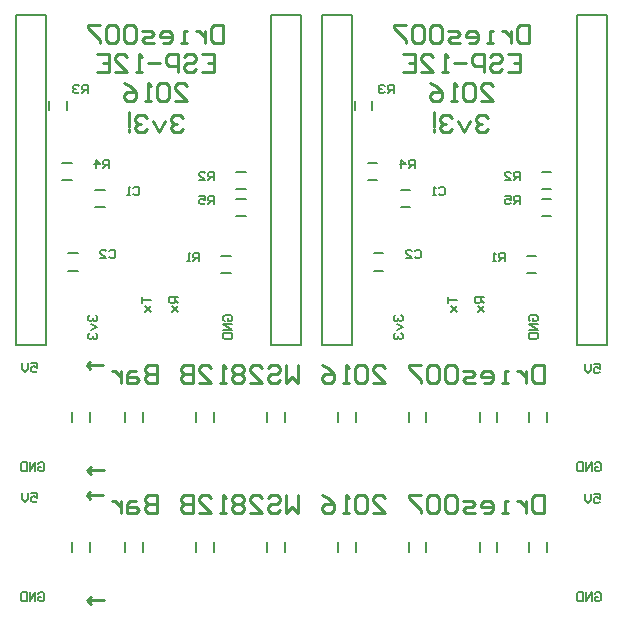
<source format=gbo>
G04 Layer_Color=32896*
%FSLAX23Y23*%
%MOIN*%
G70*
G01*
G75*
%ADD16C,0.010*%
%ADD30C,0.005*%
%ADD32C,0.008*%
D16*
X1574Y1628D02*
X1564Y1638D01*
X1544D01*
X1534Y1628D01*
Y1618D01*
X1544Y1608D01*
X1554D01*
X1544D01*
X1534Y1598D01*
Y1589D01*
X1544Y1579D01*
X1564D01*
X1574Y1589D01*
X1514Y1618D02*
X1494Y1579D01*
X1474Y1618D01*
X1454Y1628D02*
X1444Y1638D01*
X1424D01*
X1414Y1628D01*
Y1618D01*
X1424Y1608D01*
X1434D01*
X1424D01*
X1414Y1598D01*
Y1589D01*
X1424Y1579D01*
X1444D01*
X1454Y1589D01*
X1394Y1598D02*
Y1648D01*
Y1589D02*
Y1579D01*
X1549Y1684D02*
X1589D01*
X1549Y1724D01*
Y1734D01*
X1559Y1744D01*
X1579D01*
X1589Y1734D01*
X1529D02*
X1519Y1744D01*
X1499D01*
X1489Y1734D01*
Y1694D01*
X1499Y1684D01*
X1519D01*
X1529Y1694D01*
Y1734D01*
X1469Y1684D02*
X1449D01*
X1459D01*
Y1744D01*
X1469Y1734D01*
X1379Y1744D02*
X1399Y1734D01*
X1419Y1714D01*
Y1694D01*
X1409Y1684D01*
X1389D01*
X1379Y1694D01*
Y1704D01*
X1389Y1714D01*
X1419D01*
X1639Y1840D02*
X1679D01*
Y1780D01*
X1639D01*
X1679Y1810D02*
X1659D01*
X1579Y1830D02*
X1589Y1840D01*
X1609D01*
X1619Y1830D01*
Y1820D01*
X1609Y1810D01*
X1589D01*
X1579Y1800D01*
Y1790D01*
X1589Y1780D01*
X1609D01*
X1619Y1790D01*
X1559Y1780D02*
Y1840D01*
X1529D01*
X1519Y1830D01*
Y1810D01*
X1529Y1800D01*
X1559D01*
X1499Y1810D02*
X1459D01*
X1439Y1780D02*
X1419D01*
X1429D01*
Y1840D01*
X1439Y1830D01*
X1349Y1780D02*
X1389D01*
X1349Y1820D01*
Y1830D01*
X1359Y1840D01*
X1379D01*
X1389Y1830D01*
X1289Y1840D02*
X1329D01*
Y1780D01*
X1289D01*
X1329Y1810D02*
X1309D01*
X1709Y1936D02*
Y1876D01*
X1679D01*
X1669Y1886D01*
Y1926D01*
X1679Y1936D01*
X1709D01*
X1649Y1916D02*
Y1876D01*
Y1896D01*
X1639Y1906D01*
X1629Y1916D01*
X1619D01*
X1589Y1876D02*
X1569D01*
X1579D01*
Y1916D01*
X1589D01*
X1509Y1876D02*
X1529D01*
X1539Y1886D01*
Y1906D01*
X1529Y1916D01*
X1509D01*
X1499Y1906D01*
Y1896D01*
X1539D01*
X1479Y1876D02*
X1449D01*
X1439Y1886D01*
X1449Y1896D01*
X1469D01*
X1479Y1906D01*
X1469Y1916D01*
X1439D01*
X1419Y1926D02*
X1409Y1936D01*
X1389D01*
X1379Y1926D01*
Y1886D01*
X1389Y1876D01*
X1409D01*
X1419Y1886D01*
Y1926D01*
X1359D02*
X1349Y1936D01*
X1329D01*
X1319Y1926D01*
Y1886D01*
X1329Y1876D01*
X1349D01*
X1359Y1886D01*
Y1926D01*
X1299Y1936D02*
X1259D01*
Y1926D01*
X1299Y1886D01*
Y1876D01*
X555Y1628D02*
X545Y1638D01*
X525D01*
X515Y1628D01*
Y1618D01*
X525Y1608D01*
X535D01*
X525D01*
X515Y1598D01*
Y1589D01*
X525Y1579D01*
X545D01*
X555Y1589D01*
X495Y1618D02*
X475Y1579D01*
X455Y1618D01*
X435Y1628D02*
X425Y1638D01*
X405D01*
X395Y1628D01*
Y1618D01*
X405Y1608D01*
X415D01*
X405D01*
X395Y1598D01*
Y1589D01*
X405Y1579D01*
X425D01*
X435Y1589D01*
X375Y1598D02*
Y1648D01*
Y1589D02*
Y1579D01*
X530Y1684D02*
X570D01*
X530Y1724D01*
Y1734D01*
X540Y1744D01*
X560D01*
X570Y1734D01*
X510D02*
X500Y1744D01*
X480D01*
X470Y1734D01*
Y1694D01*
X480Y1684D01*
X500D01*
X510Y1694D01*
Y1734D01*
X450Y1684D02*
X430D01*
X440D01*
Y1744D01*
X450Y1734D01*
X360Y1744D02*
X380Y1734D01*
X400Y1714D01*
Y1694D01*
X390Y1684D01*
X370D01*
X360Y1694D01*
Y1704D01*
X370Y1714D01*
X400D01*
X620Y1840D02*
X660D01*
Y1780D01*
X620D01*
X660Y1810D02*
X640D01*
X560Y1830D02*
X570Y1840D01*
X590D01*
X600Y1830D01*
Y1820D01*
X590Y1810D01*
X570D01*
X560Y1800D01*
Y1790D01*
X570Y1780D01*
X590D01*
X600Y1790D01*
X540Y1780D02*
Y1840D01*
X510D01*
X500Y1830D01*
Y1810D01*
X510Y1800D01*
X540D01*
X480Y1810D02*
X440D01*
X420Y1780D02*
X400D01*
X410D01*
Y1840D01*
X420Y1830D01*
X330Y1780D02*
X370D01*
X330Y1820D01*
Y1830D01*
X340Y1840D01*
X360D01*
X370Y1830D01*
X270Y1840D02*
X310D01*
Y1780D01*
X270D01*
X310Y1810D02*
X290D01*
X690Y1936D02*
Y1876D01*
X660D01*
X650Y1886D01*
Y1926D01*
X660Y1936D01*
X690D01*
X630Y1916D02*
Y1876D01*
Y1896D01*
X620Y1906D01*
X610Y1916D01*
X600D01*
X570Y1876D02*
X550D01*
X560D01*
Y1916D01*
X570D01*
X490Y1876D02*
X510D01*
X520Y1886D01*
Y1906D01*
X510Y1916D01*
X490D01*
X480Y1906D01*
Y1896D01*
X520D01*
X460Y1876D02*
X430D01*
X420Y1886D01*
X430Y1896D01*
X450D01*
X460Y1906D01*
X450Y1916D01*
X420D01*
X400Y1926D02*
X390Y1936D01*
X370D01*
X360Y1926D01*
Y1886D01*
X370Y1876D01*
X390D01*
X400Y1886D01*
Y1926D01*
X340D02*
X330Y1936D01*
X310D01*
X300Y1926D01*
Y1886D01*
X310Y1876D01*
X330D01*
X340Y1886D01*
Y1926D01*
X280Y1936D02*
X240D01*
Y1926D01*
X280Y1886D01*
Y1876D01*
X236Y370D02*
X248Y382D01*
X236Y370D02*
X291D01*
X236D02*
X248Y358D01*
X238Y20D02*
X250Y8D01*
X238Y20D02*
X293D01*
X238D02*
X250Y32D01*
X1760Y371D02*
Y311D01*
X1730D01*
X1720Y321D01*
Y361D01*
X1730Y371D01*
X1760D01*
X1700Y351D02*
Y311D01*
Y331D01*
X1690Y341D01*
X1680Y351D01*
X1670D01*
X1640Y311D02*
X1620D01*
X1630D01*
Y351D01*
X1640D01*
X1560Y311D02*
X1580D01*
X1590Y321D01*
Y341D01*
X1580Y351D01*
X1560D01*
X1550Y341D01*
Y331D01*
X1590D01*
X1530Y311D02*
X1500D01*
X1490Y321D01*
X1500Y331D01*
X1520D01*
X1530Y341D01*
X1520Y351D01*
X1490D01*
X1470Y361D02*
X1460Y371D01*
X1440D01*
X1430Y361D01*
Y321D01*
X1440Y311D01*
X1460D01*
X1470Y321D01*
Y361D01*
X1410D02*
X1400Y371D01*
X1380D01*
X1370Y361D01*
Y321D01*
X1380Y311D01*
X1400D01*
X1410Y321D01*
Y361D01*
X1350Y371D02*
X1310D01*
Y361D01*
X1350Y321D01*
Y311D01*
X1190D02*
X1230D01*
X1190Y351D01*
Y361D01*
X1200Y371D01*
X1220D01*
X1230Y361D01*
X1170D02*
X1160Y371D01*
X1140D01*
X1130Y361D01*
Y321D01*
X1140Y311D01*
X1160D01*
X1170Y321D01*
Y361D01*
X1110Y311D02*
X1090D01*
X1100D01*
Y371D01*
X1110Y361D01*
X1020Y371D02*
X1040Y361D01*
X1060Y341D01*
Y321D01*
X1050Y311D01*
X1030D01*
X1020Y321D01*
Y331D01*
X1030Y341D01*
X1060D01*
X940Y371D02*
Y311D01*
X920Y331D01*
X900Y311D01*
Y371D01*
X840Y361D02*
X850Y371D01*
X870D01*
X880Y361D01*
Y351D01*
X870Y341D01*
X850D01*
X840Y331D01*
Y321D01*
X850Y311D01*
X870D01*
X880Y321D01*
X780Y311D02*
X820D01*
X780Y351D01*
Y361D01*
X790Y371D01*
X810D01*
X820Y361D01*
X760D02*
X750Y371D01*
X730D01*
X720Y361D01*
Y351D01*
X730Y341D01*
X720Y331D01*
Y321D01*
X730Y311D01*
X750D01*
X760Y321D01*
Y331D01*
X750Y341D01*
X760Y351D01*
Y361D01*
X750Y341D02*
X730D01*
X700Y311D02*
X680D01*
X690D01*
Y371D01*
X700Y361D01*
X610Y311D02*
X650D01*
X610Y351D01*
Y361D01*
X620Y371D01*
X640D01*
X650Y361D01*
X590Y371D02*
Y311D01*
X560D01*
X550Y321D01*
Y331D01*
X560Y341D01*
X590D01*
X560D01*
X550Y351D01*
Y361D01*
X560Y371D01*
X590D01*
X470D02*
Y311D01*
X440D01*
X430Y321D01*
Y331D01*
X440Y341D01*
X470D01*
X440D01*
X430Y351D01*
Y361D01*
X440Y371D01*
X470D01*
X400Y351D02*
X380D01*
X370Y341D01*
Y311D01*
X400D01*
X410Y321D01*
X400Y331D01*
X370D01*
X350Y351D02*
Y311D01*
Y331D01*
X340Y341D01*
X330Y351D01*
X320D01*
X236Y803D02*
X248Y815D01*
X236Y803D02*
X291D01*
X236D02*
X248Y791D01*
X238Y453D02*
X250Y441D01*
X238Y453D02*
X293D01*
X238D02*
X250Y465D01*
X1760Y804D02*
Y744D01*
X1730D01*
X1720Y754D01*
Y794D01*
X1730Y804D01*
X1760D01*
X1700Y784D02*
Y744D01*
Y764D01*
X1690Y774D01*
X1680Y784D01*
X1670D01*
X1640Y744D02*
X1620D01*
X1630D01*
Y784D01*
X1640D01*
X1560Y744D02*
X1580D01*
X1590Y754D01*
Y774D01*
X1580Y784D01*
X1560D01*
X1550Y774D01*
Y764D01*
X1590D01*
X1530Y744D02*
X1500D01*
X1490Y754D01*
X1500Y764D01*
X1520D01*
X1530Y774D01*
X1520Y784D01*
X1490D01*
X1470Y794D02*
X1460Y804D01*
X1440D01*
X1430Y794D01*
Y754D01*
X1440Y744D01*
X1460D01*
X1470Y754D01*
Y794D01*
X1410D02*
X1400Y804D01*
X1380D01*
X1370Y794D01*
Y754D01*
X1380Y744D01*
X1400D01*
X1410Y754D01*
Y794D01*
X1350Y804D02*
X1310D01*
Y794D01*
X1350Y754D01*
Y744D01*
X1190D02*
X1230D01*
X1190Y784D01*
Y794D01*
X1200Y804D01*
X1220D01*
X1230Y794D01*
X1170D02*
X1160Y804D01*
X1140D01*
X1130Y794D01*
Y754D01*
X1140Y744D01*
X1160D01*
X1170Y754D01*
Y794D01*
X1110Y744D02*
X1090D01*
X1100D01*
Y804D01*
X1110Y794D01*
X1020Y804D02*
X1040Y794D01*
X1060Y774D01*
Y754D01*
X1050Y744D01*
X1030D01*
X1020Y754D01*
Y764D01*
X1030Y774D01*
X1060D01*
X940Y804D02*
Y744D01*
X920Y764D01*
X900Y744D01*
Y804D01*
X840Y794D02*
X850Y804D01*
X870D01*
X880Y794D01*
Y784D01*
X870Y774D01*
X850D01*
X840Y764D01*
Y754D01*
X850Y744D01*
X870D01*
X880Y754D01*
X780Y744D02*
X820D01*
X780Y784D01*
Y794D01*
X790Y804D01*
X810D01*
X820Y794D01*
X760D02*
X750Y804D01*
X730D01*
X720Y794D01*
Y784D01*
X730Y774D01*
X720Y764D01*
Y754D01*
X730Y744D01*
X750D01*
X760Y754D01*
Y764D01*
X750Y774D01*
X760Y784D01*
Y794D01*
X750Y774D02*
X730D01*
X700Y744D02*
X680D01*
X690D01*
Y804D01*
X700Y794D01*
X610Y744D02*
X650D01*
X610Y784D01*
Y794D01*
X620Y804D01*
X640D01*
X650Y794D01*
X590Y804D02*
Y744D01*
X560D01*
X550Y754D01*
Y764D01*
X560Y774D01*
X590D01*
X560D01*
X550Y784D01*
Y794D01*
X560Y804D01*
X590D01*
X470D02*
Y744D01*
X440D01*
X430Y754D01*
Y764D01*
X440Y774D01*
X470D01*
X440D01*
X430Y784D01*
Y794D01*
X440Y804D01*
X470D01*
X400Y784D02*
X380D01*
X370Y774D01*
Y744D01*
X400D01*
X410Y754D01*
X400Y764D01*
X370D01*
X350Y784D02*
Y744D01*
Y764D01*
X340Y774D01*
X330Y784D01*
X320D01*
D30*
X1409Y1393D02*
X1414Y1398D01*
X1424D01*
X1429Y1393D01*
Y1374D01*
X1424Y1369D01*
X1414D01*
X1409Y1374D01*
X1399Y1369D02*
X1389D01*
X1394D01*
Y1398D01*
X1399Y1393D01*
X1329Y1183D02*
X1334Y1188D01*
X1344D01*
X1349Y1183D01*
Y1164D01*
X1344Y1159D01*
X1334D01*
X1329Y1164D01*
X1299Y1159D02*
X1319D01*
X1299Y1178D01*
Y1183D01*
X1304Y1188D01*
X1314D01*
X1319Y1183D01*
X1629Y1149D02*
Y1178D01*
X1614D01*
X1609Y1173D01*
Y1163D01*
X1614Y1159D01*
X1629D01*
X1619D02*
X1609Y1149D01*
X1599D02*
X1589D01*
X1594D01*
Y1178D01*
X1599Y1173D01*
X1679Y1419D02*
Y1448D01*
X1664D01*
X1659Y1443D01*
Y1433D01*
X1664Y1429D01*
X1679D01*
X1669D02*
X1659Y1419D01*
X1629D02*
X1649D01*
X1629Y1438D01*
Y1443D01*
X1634Y1448D01*
X1644D01*
X1649Y1443D01*
X1259Y1709D02*
Y1738D01*
X1244D01*
X1239Y1733D01*
Y1723D01*
X1244Y1719D01*
X1259D01*
X1249D02*
X1239Y1709D01*
X1229Y1733D02*
X1224Y1738D01*
X1214D01*
X1209Y1733D01*
Y1728D01*
X1214Y1723D01*
X1219D01*
X1214D01*
X1209Y1719D01*
Y1714D01*
X1214Y1709D01*
X1224D01*
X1229Y1714D01*
X1329Y1459D02*
Y1488D01*
X1314D01*
X1309Y1483D01*
Y1473D01*
X1314Y1469D01*
X1329D01*
X1319D02*
X1309Y1459D01*
X1284D02*
Y1488D01*
X1299Y1473D01*
X1279D01*
X1679Y1339D02*
Y1368D01*
X1664D01*
X1659Y1363D01*
Y1353D01*
X1664Y1349D01*
X1679D01*
X1669D02*
X1659Y1339D01*
X1629Y1368D02*
X1649D01*
Y1353D01*
X1639Y1358D01*
X1634D01*
X1629Y1353D01*
Y1344D01*
X1634Y1339D01*
X1644D01*
X1649Y1344D01*
X1264Y969D02*
X1259Y964D01*
Y954D01*
X1264Y949D01*
X1269D01*
X1274Y954D01*
Y959D01*
Y954D01*
X1279Y949D01*
X1284D01*
X1289Y954D01*
Y964D01*
X1284Y969D01*
X1269Y939D02*
X1289Y929D01*
X1269Y919D01*
X1264Y909D02*
X1259Y904D01*
Y894D01*
X1264Y889D01*
X1269D01*
X1274Y894D01*
Y899D01*
Y894D01*
X1279Y889D01*
X1284D01*
X1289Y894D01*
Y904D01*
X1284Y909D01*
X1439Y1029D02*
Y1009D01*
Y1019D01*
X1469D01*
X1449Y999D02*
X1469Y979D01*
X1459Y989D01*
X1449Y979D01*
X1469Y999D01*
X1559Y1029D02*
X1529D01*
Y1014D01*
X1534Y1009D01*
X1544D01*
X1549Y1014D01*
Y1029D01*
Y1019D02*
X1559Y1009D01*
X1539Y999D02*
X1559Y979D01*
X1549Y989D01*
X1539Y979D01*
X1559Y999D01*
X1714Y949D02*
X1709Y954D01*
Y964D01*
X1714Y969D01*
X1734D01*
X1739Y964D01*
Y954D01*
X1734Y949D01*
X1724D01*
Y959D01*
X1739Y939D02*
X1709D01*
X1739Y919D01*
X1709D01*
Y909D02*
X1739D01*
Y894D01*
X1734Y889D01*
X1714D01*
X1709Y894D01*
Y909D01*
X390Y1393D02*
X395Y1398D01*
X405D01*
X410Y1393D01*
Y1374D01*
X405Y1369D01*
X395D01*
X390Y1374D01*
X380Y1369D02*
X370D01*
X375D01*
Y1398D01*
X380Y1393D01*
X310Y1183D02*
X315Y1188D01*
X325D01*
X330Y1183D01*
Y1164D01*
X325Y1159D01*
X315D01*
X310Y1164D01*
X280Y1159D02*
X300D01*
X280Y1178D01*
Y1183D01*
X285Y1188D01*
X295D01*
X300Y1183D01*
X610Y1149D02*
Y1178D01*
X595D01*
X590Y1173D01*
Y1163D01*
X595Y1159D01*
X610D01*
X600D02*
X590Y1149D01*
X580D02*
X570D01*
X575D01*
Y1178D01*
X580Y1173D01*
X660Y1419D02*
Y1448D01*
X645D01*
X640Y1443D01*
Y1433D01*
X645Y1429D01*
X660D01*
X650D02*
X640Y1419D01*
X610D02*
X630D01*
X610Y1438D01*
Y1443D01*
X615Y1448D01*
X625D01*
X630Y1443D01*
X240Y1709D02*
Y1738D01*
X225D01*
X220Y1733D01*
Y1723D01*
X225Y1719D01*
X240D01*
X230D02*
X220Y1709D01*
X210Y1733D02*
X205Y1738D01*
X195D01*
X190Y1733D01*
Y1728D01*
X195Y1723D01*
X200D01*
X195D01*
X190Y1719D01*
Y1714D01*
X195Y1709D01*
X205D01*
X210Y1714D01*
X310Y1459D02*
Y1488D01*
X295D01*
X290Y1483D01*
Y1473D01*
X295Y1469D01*
X310D01*
X300D02*
X290Y1459D01*
X265D02*
Y1488D01*
X280Y1473D01*
X260D01*
X660Y1339D02*
Y1368D01*
X645D01*
X640Y1363D01*
Y1353D01*
X645Y1349D01*
X660D01*
X650D02*
X640Y1339D01*
X610Y1368D02*
X630D01*
Y1353D01*
X620Y1358D01*
X615D01*
X610Y1353D01*
Y1344D01*
X615Y1339D01*
X625D01*
X630Y1344D01*
X245Y969D02*
X240Y964D01*
Y954D01*
X245Y949D01*
X250D01*
X255Y954D01*
Y959D01*
Y954D01*
X260Y949D01*
X265D01*
X270Y954D01*
Y964D01*
X265Y969D01*
X250Y939D02*
X270Y929D01*
X250Y919D01*
X245Y909D02*
X240Y904D01*
Y894D01*
X245Y889D01*
X250D01*
X255Y894D01*
Y899D01*
Y894D01*
X260Y889D01*
X265D01*
X270Y894D01*
Y904D01*
X265Y909D01*
X420Y1029D02*
Y1009D01*
Y1019D01*
X450D01*
X430Y999D02*
X450Y979D01*
X440Y989D01*
X430Y979D01*
X450Y999D01*
X540Y1029D02*
X510D01*
Y1014D01*
X515Y1009D01*
X525D01*
X530Y1014D01*
Y1029D01*
Y1019D02*
X540Y1009D01*
X520Y999D02*
X540Y979D01*
X530Y989D01*
X520Y979D01*
X540Y999D01*
X695Y949D02*
X690Y954D01*
Y964D01*
X695Y969D01*
X715D01*
X720Y964D01*
Y954D01*
X715Y949D01*
X705D01*
Y959D01*
X720Y939D02*
X690D01*
X720Y919D01*
X690D01*
Y909D02*
X720D01*
Y894D01*
X715Y889D01*
X695D01*
X690Y894D01*
Y909D01*
X1925Y373D02*
X1945D01*
Y358D01*
X1935Y363D01*
X1930D01*
X1925Y358D01*
Y348D01*
X1930Y343D01*
X1940D01*
X1945Y348D01*
X1915Y373D02*
Y353D01*
X1905Y343D01*
X1895Y353D01*
Y373D01*
X51Y376D02*
X71D01*
Y361D01*
X61Y366D01*
X56D01*
X51Y361D01*
Y351D01*
X56Y346D01*
X66D01*
X71Y351D01*
X41Y376D02*
Y356D01*
X31Y346D01*
X21Y356D01*
Y376D01*
X74Y41D02*
X79Y46D01*
X89D01*
X94Y41D01*
Y21D01*
X89Y16D01*
X79D01*
X74Y21D01*
Y31D01*
X84D01*
X64Y16D02*
Y46D01*
X45Y16D01*
Y46D01*
X35D02*
Y16D01*
X20D01*
X15Y21D01*
Y41D01*
X20Y46D01*
X35D01*
X1929Y41D02*
X1934Y46D01*
X1944D01*
X1949Y41D01*
Y21D01*
X1944Y16D01*
X1934D01*
X1929Y21D01*
Y31D01*
X1939D01*
X1919Y16D02*
Y46D01*
X1899Y16D01*
Y46D01*
X1889D02*
Y16D01*
X1874D01*
X1869Y21D01*
Y41D01*
X1874Y46D01*
X1889D01*
X1925Y806D02*
X1945D01*
Y791D01*
X1935Y796D01*
X1930D01*
X1925Y791D01*
Y781D01*
X1930Y776D01*
X1940D01*
X1945Y781D01*
X1915Y806D02*
Y786D01*
X1905Y776D01*
X1895Y786D01*
Y806D01*
X51Y810D02*
X71D01*
Y795D01*
X61Y800D01*
X56D01*
X51Y795D01*
Y785D01*
X56Y780D01*
X66D01*
X71Y785D01*
X41Y810D02*
Y790D01*
X31Y780D01*
X21Y790D01*
Y810D01*
X74Y474D02*
X79Y479D01*
X89D01*
X94Y474D01*
Y454D01*
X89Y449D01*
X79D01*
X74Y454D01*
Y464D01*
X84D01*
X64Y449D02*
Y479D01*
X45Y449D01*
Y479D01*
X35D02*
Y449D01*
X20D01*
X15Y454D01*
Y474D01*
X20Y479D01*
X35D01*
X1929Y474D02*
X1934Y479D01*
X1944D01*
X1949Y474D01*
Y454D01*
X1944Y449D01*
X1934D01*
X1929Y454D01*
Y464D01*
X1939D01*
X1919Y449D02*
Y479D01*
X1899Y449D01*
Y479D01*
X1889D02*
Y449D01*
X1874D01*
X1869Y454D01*
Y474D01*
X1874Y479D01*
X1889D01*
D32*
X1869Y869D02*
X1969D01*
Y1969D01*
X1869D02*
X1969D01*
X1869Y1894D02*
Y1969D01*
Y869D02*
Y1894D01*
X1019Y869D02*
X1119D01*
Y1969D01*
X1019D02*
X1119D01*
X1019Y1894D02*
Y1969D01*
Y869D02*
Y1894D01*
X1283Y1329D02*
X1314D01*
X1283Y1388D02*
X1314D01*
X1173Y1478D02*
X1204D01*
X1173Y1419D02*
X1204D01*
X1129Y1653D02*
Y1684D01*
X1188Y1653D02*
Y1684D01*
X1193Y1117D02*
X1224D01*
X1193Y1176D02*
X1224D01*
X1753Y1299D02*
X1784D01*
X1753Y1358D02*
X1784D01*
X1753Y1448D02*
X1784D01*
X1753Y1389D02*
X1784D01*
X1703Y1168D02*
X1734D01*
X1703Y1109D02*
X1734D01*
X850Y869D02*
X950D01*
Y1969D01*
X850D02*
X950D01*
X850Y1894D02*
Y1969D01*
Y869D02*
Y1894D01*
X0Y869D02*
X100D01*
Y1969D01*
X0D02*
X100D01*
X0Y1894D02*
Y1969D01*
Y869D02*
Y1894D01*
X264Y1329D02*
X296D01*
X264Y1388D02*
X296D01*
X154Y1478D02*
X186D01*
X154Y1419D02*
X186D01*
X110Y1653D02*
Y1684D01*
X170Y1653D02*
Y1684D01*
X174Y1117D02*
X206D01*
X174Y1176D02*
X206D01*
X734Y1299D02*
X766D01*
X734Y1358D02*
X766D01*
X734Y1448D02*
X766D01*
X734Y1389D02*
X766D01*
X684Y1168D02*
X716D01*
X684Y1109D02*
X716D01*
X246Y181D02*
Y213D01*
X187Y181D02*
Y213D01*
X659Y181D02*
Y213D01*
X600Y181D02*
Y213D01*
X423Y181D02*
Y213D01*
X364Y181D02*
Y213D01*
X896Y181D02*
Y213D01*
X837Y181D02*
Y213D01*
X1368Y181D02*
Y213D01*
X1309Y181D02*
Y213D01*
X1604Y181D02*
Y213D01*
X1545Y181D02*
Y213D01*
X1770Y181D02*
Y213D01*
X1711Y181D02*
Y213D01*
X1132Y181D02*
Y213D01*
X1073Y181D02*
Y213D01*
X246Y614D02*
Y646D01*
X187Y614D02*
Y646D01*
X659Y614D02*
Y646D01*
X600Y614D02*
Y646D01*
X423Y614D02*
Y646D01*
X364Y614D02*
Y646D01*
X896Y614D02*
Y646D01*
X837Y614D02*
Y646D01*
X1368Y614D02*
Y646D01*
X1309Y614D02*
Y646D01*
X1604Y614D02*
Y646D01*
X1545Y614D02*
Y646D01*
X1770Y614D02*
Y646D01*
X1711Y614D02*
Y646D01*
X1132Y614D02*
Y646D01*
X1073Y614D02*
Y646D01*
M02*

</source>
